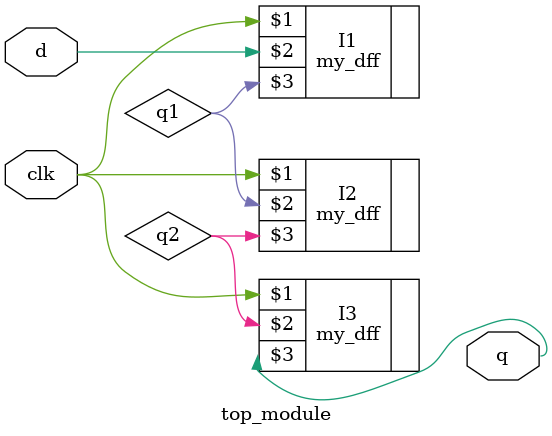
<source format=v>
module top_module ( input clk, input d, output q );
    wire q1,q2;
    my_dff I1(clk, d, q1);
    my_dff I2(clk, q1, q2);
    my_dff I3(clk, q2, q);
endmodule

</source>
